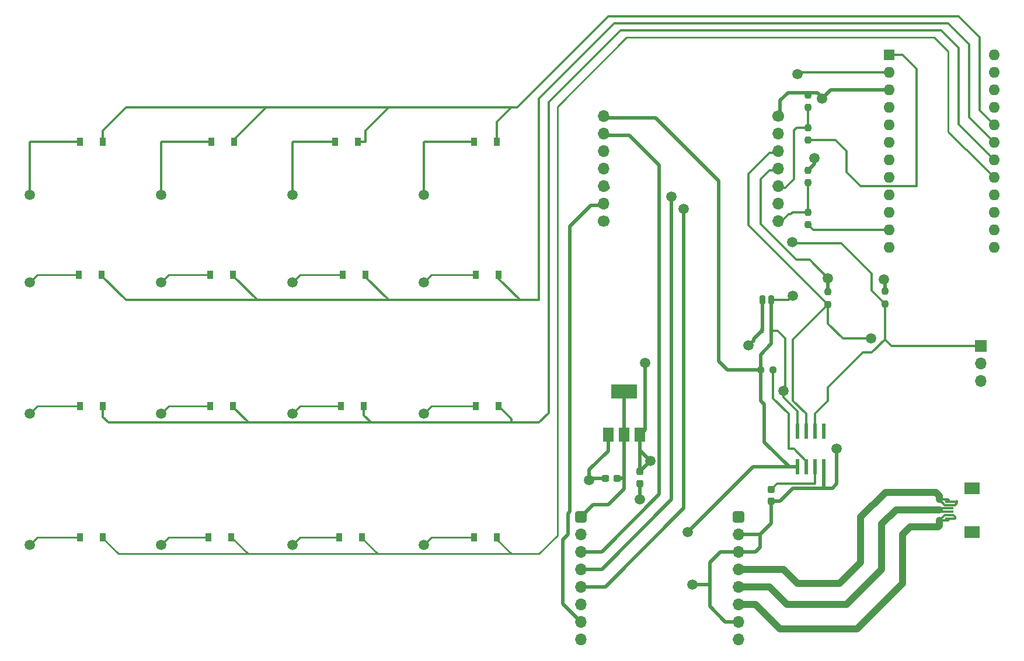
<source format=gbr>
%TF.GenerationSoftware,KiCad,Pcbnew,(6.0.1)*%
%TF.CreationDate,2022-12-10T14:50:15+08:00*%
%TF.ProjectId,Scroller1 two,5363726f-6c6c-4657-9231-2074776f2e6b,rev?*%
%TF.SameCoordinates,Original*%
%TF.FileFunction,Copper,L1,Top*%
%TF.FilePolarity,Positive*%
%FSLAX46Y46*%
G04 Gerber Fmt 4.6, Leading zero omitted, Abs format (unit mm)*
G04 Created by KiCad (PCBNEW (6.0.1)) date 2022-12-10 14:50:15*
%MOMM*%
%LPD*%
G01*
G04 APERTURE LIST*
G04 Aperture macros list*
%AMRoundRect*
0 Rectangle with rounded corners*
0 $1 Rounding radius*
0 $2 $3 $4 $5 $6 $7 $8 $9 X,Y pos of 4 corners*
0 Add a 4 corners polygon primitive as box body*
4,1,4,$2,$3,$4,$5,$6,$7,$8,$9,$2,$3,0*
0 Add four circle primitives for the rounded corners*
1,1,$1+$1,$2,$3*
1,1,$1+$1,$4,$5*
1,1,$1+$1,$6,$7*
1,1,$1+$1,$8,$9*
0 Add four rect primitives between the rounded corners*
20,1,$1+$1,$2,$3,$4,$5,0*
20,1,$1+$1,$4,$5,$6,$7,0*
20,1,$1+$1,$6,$7,$8,$9,0*
20,1,$1+$1,$8,$9,$2,$3,0*%
G04 Aperture macros list end*
%TA.AperFunction,SMDPad,CuDef*%
%ADD10R,0.900000X1.200000*%
%TD*%
%TA.AperFunction,SMDPad,CuDef*%
%ADD11RoundRect,0.237500X0.237500X-0.250000X0.237500X0.250000X-0.237500X0.250000X-0.237500X-0.250000X0*%
%TD*%
%TA.AperFunction,SMDPad,CuDef*%
%ADD12RoundRect,0.237500X0.237500X-0.300000X0.237500X0.300000X-0.237500X0.300000X-0.237500X-0.300000X0*%
%TD*%
%TA.AperFunction,SMDPad,CuDef*%
%ADD13RoundRect,0.237500X-0.237500X0.250000X-0.237500X-0.250000X0.237500X-0.250000X0.237500X0.250000X0*%
%TD*%
%TA.AperFunction,SMDPad,CuDef*%
%ADD14RoundRect,0.237500X-0.237500X0.300000X-0.237500X-0.300000X0.237500X-0.300000X0.237500X0.300000X0*%
%TD*%
%TA.AperFunction,SMDPad,CuDef*%
%ADD15RoundRect,0.208750X0.208750X0.431250X-0.208750X0.431250X-0.208750X-0.431250X0.208750X-0.431250X0*%
%TD*%
%TA.AperFunction,SMDPad,CuDef*%
%ADD16R,0.600000X2.200000*%
%TD*%
%TA.AperFunction,SMDPad,CuDef*%
%ADD17R,1.500000X2.000000*%
%TD*%
%TA.AperFunction,SMDPad,CuDef*%
%ADD18R,3.800000X2.000000*%
%TD*%
%TA.AperFunction,SMDPad,CuDef*%
%ADD19RoundRect,0.237500X0.300000X0.237500X-0.300000X0.237500X-0.300000X-0.237500X0.300000X-0.237500X0*%
%TD*%
%TA.AperFunction,SMDPad,CuDef*%
%ADD20R,0.600000X0.700000*%
%TD*%
%TA.AperFunction,ComponentPad*%
%ADD21RoundRect,0.399500X0.450500X0.450500X-0.450500X0.450500X-0.450500X-0.450500X0.450500X-0.450500X0*%
%TD*%
%TA.AperFunction,ComponentPad*%
%ADD22O,1.700000X1.700000*%
%TD*%
%TA.AperFunction,ComponentPad*%
%ADD23R,1.600000X1.600000*%
%TD*%
%TA.AperFunction,ComponentPad*%
%ADD24O,1.600000X1.600000*%
%TD*%
%TA.AperFunction,SMDPad,CuDef*%
%ADD25RoundRect,0.237500X-0.250000X-0.237500X0.250000X-0.237500X0.250000X0.237500X-0.250000X0.237500X0*%
%TD*%
%TA.AperFunction,SMDPad,CuDef*%
%ADD26R,1.300000X0.300000*%
%TD*%
%TA.AperFunction,SMDPad,CuDef*%
%ADD27R,2.200000X1.800000*%
%TD*%
%TA.AperFunction,ComponentPad*%
%ADD28R,1.700000X1.700000*%
%TD*%
%TA.AperFunction,ComponentPad*%
%ADD29C,1.700000*%
%TD*%
%TA.AperFunction,ViaPad*%
%ADD30C,1.500000*%
%TD*%
%TA.AperFunction,Conductor*%
%ADD31C,0.500000*%
%TD*%
%TA.AperFunction,Conductor*%
%ADD32C,0.300000*%
%TD*%
%TA.AperFunction,Conductor*%
%ADD33C,0.250000*%
%TD*%
%TA.AperFunction,Conductor*%
%ADD34C,1.000000*%
%TD*%
G04 APERTURE END LIST*
D10*
%TO.P,D1_1,1,K*%
%TO.N,/Row 2*%
X119194000Y-91821000D03*
%TO.P,D1_1,2,A*%
%TO.N,Net-(D1_1-Pad2)*%
X115894000Y-91821000D03*
%TD*%
D11*
%TO.P,RS_2,1*%
%TO.N,Net-(ESP32_A1-Pad12)*%
X183388000Y-67564000D03*
%TO.P,RS_2,2*%
%TO.N,GND*%
X183388000Y-65739000D03*
%TD*%
D12*
%TO.P,C1,1*%
%TO.N,GND*%
X178040000Y-124714000D03*
%TO.P,C1,2*%
%TO.N,Net-(C1-Pad2)*%
X178040000Y-122989000D03*
%TD*%
D10*
%TO.P,D2_0,1,K*%
%TO.N,/Row 3*%
X138496000Y-110871000D03*
%TO.P,D2_0,2,A*%
%TO.N,Net-(D2_0-Pad2)*%
X135196000Y-110871000D03*
%TD*%
D13*
%TO.P,RT_4,1*%
%TO.N,CSn*%
X194550000Y-94234000D03*
%TO.P,RT_4,2*%
%TO.N,SDA*%
X194550000Y-96059000D03*
%TD*%
D10*
%TO.P,D0_1,1,K*%
%TO.N,/Row 1*%
X118135400Y-72517000D03*
%TO.P,D0_1,2,A*%
%TO.N,Net-(D0_1-Pad2)*%
X114835400Y-72517000D03*
%TD*%
D14*
%TO.P,C3,1*%
%TO.N,+5V*%
X159004000Y-120396000D03*
%TO.P,C3,2*%
%TO.N,GND*%
X159004000Y-122121000D03*
%TD*%
D15*
%TO.P,C2,1*%
%TO.N,CSn*%
X178032500Y-95504000D03*
%TO.P,C2,2*%
%TO.N,GND*%
X176777500Y-95504000D03*
%TD*%
D10*
%TO.P,D1_0,1,K*%
%TO.N,/Row 2*%
X138498000Y-91821000D03*
%TO.P,D1_0,2,A*%
%TO.N,Net-(D1_0-Pad2)*%
X135198000Y-91821000D03*
%TD*%
D16*
%TO.P,UM1,1,VDD*%
%TO.N,CSn*%
X181850035Y-119692460D03*
%TO.P,UM1,2,MODE*%
%TO.N,Net-(RT_1-Pad2)*%
X183120035Y-119692460D03*
%TO.P,UM1,3,OUT*%
%TO.N,Net-(C1-Pad2)*%
X184390035Y-119692460D03*
%TO.P,UM1,4,GND*%
%TO.N,GND*%
X185660035Y-119692460D03*
%TO.P,UM1,5,PUSH*%
%TO.N,unconnected-(UM1-Pad5)*%
X185660035Y-114492460D03*
%TO.P,UM1,6,A/SDA*%
%TO.N,SDA*%
X184390035Y-114492460D03*
%TO.P,UM1,7,B/SCL*%
%TO.N,SCL*%
X183120035Y-114492460D03*
%TO.P,UM1,8,Z/CSn*%
%TO.N,CSn*%
X181850035Y-114492460D03*
%TD*%
D17*
%TO.P,AMS1,1,GND*%
%TO.N,GND*%
X154418000Y-115062000D03*
%TO.P,AMS1,2,VO*%
%TO.N,CSn*%
X156718000Y-115062000D03*
D18*
X156718000Y-108762000D03*
D17*
%TO.P,AMS1,3,VI*%
%TO.N,+5V*%
X159018000Y-115062000D03*
%TD*%
D19*
%TO.P,C4,1*%
%TO.N,CSn*%
X155702000Y-121412000D03*
%TO.P,C4,2*%
%TO.N,GND*%
X153977000Y-121412000D03*
%TD*%
D10*
%TO.P,D1_2,1,K*%
%TO.N,/Row 2*%
X100016000Y-91821000D03*
%TO.P,D1_2,2,A*%
%TO.N,Net-(D1_2-Pad2)*%
X96716000Y-91821000D03*
%TD*%
%TO.P,D2_3,1,K*%
%TO.N,/Row 3*%
X81092000Y-110871000D03*
%TO.P,D2_3,2,A*%
%TO.N,Net-(D2_3-Pad2)*%
X77792000Y-110871000D03*
%TD*%
D20*
%TO.P,D1,1,K*%
%TO.N,CSn*%
X178054000Y-99949000D03*
%TO.P,D1,2,A*%
%TO.N,GND*%
X176654000Y-99949000D03*
%TD*%
D21*
%TO.P,TMC1,1,+VCC_IO*%
%TO.N,CSn*%
X150472107Y-126961107D03*
D22*
%TO.P,TMC1,2,GND*%
%TO.N,GND*%
X150472107Y-129501107D03*
%TO.P,TMC1,3,UH_in*%
%TO.N,UH_in*%
X150472107Y-132041107D03*
%TO.P,TMC1,4,UL_in*%
%TO.N,UL_in*%
X150472107Y-134581107D03*
%TO.P,TMC1,5,VH_in*%
%TO.N,VH_in*%
X150472107Y-137121107D03*
%TO.P,TMC1,6,VL_in*%
%TO.N,VL_in*%
X150472107Y-139661107D03*
%TO.P,TMC1,7,WH_in*%
%TO.N,WH_in*%
X150472107Y-142201107D03*
%TO.P,TMC1,8,WL_in*%
%TO.N,WL_in*%
X150472107Y-144741107D03*
D21*
%TO.P,TMC1,9,+VBAT*%
%TO.N,+5V*%
X173272107Y-126961107D03*
D22*
%TO.P,TMC1,10,GND*%
%TO.N,GND*%
X173272107Y-129501107D03*
%TO.P,TMC1,11,GND*%
X173272107Y-132041107D03*
%TO.P,TMC1,12,W*%
%TO.N,/W_Out*%
X173272107Y-134581107D03*
%TO.P,TMC1,13,V*%
%TO.N,/V_Out*%
X173272107Y-137121107D03*
%TO.P,TMC1,14,W*%
%TO.N,/U_Out*%
X173272107Y-139661107D03*
%TO.P,TMC1,15,GND*%
%TO.N,GND*%
X173272107Y-142201107D03*
%TO.P,TMC1,16,DIAG*%
%TO.N,unconnected-(TMC1-Pad16)*%
X173272107Y-144741107D03*
%TD*%
D11*
%TO.P,RM_1,1*%
%TO.N,Net-(QMK1-Pad11)*%
X183388000Y-84582000D03*
%TO.P,RM_1,2*%
%TO.N,BTN_NXT*%
X183388000Y-82757000D03*
%TD*%
D13*
%TO.P,RT_3,1*%
%TO.N,CSn*%
X186295000Y-94314000D03*
%TO.P,RT_3,2*%
%TO.N,SCL*%
X186295000Y-96139000D03*
%TD*%
D23*
%TO.P,QMK1,1,D1/TX*%
%TO.N,Net-(QMK1-Pad1)*%
X195185000Y-59944000D03*
D24*
%TO.P,QMK1,2,D0/RX*%
%TO.N,SERIAL_TX*%
X195185000Y-62484000D03*
%TO.P,QMK1,3,GND*%
%TO.N,GND*%
X195185000Y-65024000D03*
%TO.P,QMK1,4,GND*%
X195185000Y-67564000D03*
%TO.P,QMK1,5,D2*%
%TO.N,unconnected-(QMK1-Pad5)*%
X195185000Y-70104000D03*
%TO.P,QMK1,6,~D3*%
%TO.N,unconnected-(QMK1-Pad6)*%
X195185000Y-72644000D03*
%TO.P,QMK1,7,D4/A6*%
%TO.N,unconnected-(QMK1-Pad7)*%
X195185000Y-75184000D03*
%TO.P,QMK1,8,~D5*%
%TO.N,unconnected-(QMK1-Pad8)*%
X195185000Y-77724000D03*
%TO.P,QMK1,9,~D6/A7*%
%TO.N,unconnected-(QMK1-Pad9)*%
X195185000Y-80264000D03*
%TO.P,QMK1,10,D7*%
%TO.N,unconnected-(QMK1-Pad10)*%
X195185000Y-82804000D03*
%TO.P,QMK1,11,D8/A8*%
%TO.N,Net-(QMK1-Pad11)*%
X195185000Y-85344000D03*
%TO.P,QMK1,12,~D9/A9*%
%TO.N,unconnected-(QMK1-Pad12)*%
X195185000Y-87884000D03*
%TO.P,QMK1,13,~D10/A10*%
%TO.N,/Col 4*%
X210425000Y-87884000D03*
%TO.P,QMK1,14,D16*%
%TO.N,/Col 3*%
X210425000Y-85344000D03*
%TO.P,QMK1,15,D14*%
%TO.N,/Col 2*%
X210425000Y-82804000D03*
%TO.P,QMK1,16,D15*%
%TO.N,/Col 1*%
X210425000Y-80264000D03*
%TO.P,QMK1,17,D18/A0*%
%TO.N,/Row 4*%
X210425000Y-77724000D03*
%TO.P,QMK1,18,D19/A1*%
%TO.N,/Row 3*%
X210425000Y-75184000D03*
%TO.P,QMK1,19,D20/A2*%
%TO.N,/Row 2*%
X210425000Y-72644000D03*
%TO.P,QMK1,20,D21/A3*%
%TO.N,/Row 1*%
X210425000Y-70104000D03*
%TO.P,QMK1,21,VCC*%
%TO.N,+5V*%
X210425000Y-67564000D03*
%TO.P,QMK1,22,RST*%
%TO.N,unconnected-(QMK1-Pad22)*%
X210425000Y-65024000D03*
%TO.P,QMK1,23,GND*%
%TO.N,GND*%
X210425000Y-62484000D03*
%TO.P,QMK1,24,RAW*%
%TO.N,unconnected-(QMK1-Pad24)*%
X210425000Y-59944000D03*
%TD*%
D25*
%TO.P,RT_1,1*%
%TO.N,CSn*%
X176492500Y-105664000D03*
%TO.P,RT_1,2*%
%TO.N,Net-(RT_1-Pad2)*%
X178317500Y-105664000D03*
%TD*%
D10*
%TO.P,D0_3,1,K*%
%TO.N,/Row 1*%
X81092000Y-72517000D03*
%TO.P,D0_3,2,A*%
%TO.N,Net-(D0_3-Pad2)*%
X77792000Y-72517000D03*
%TD*%
D11*
%TO.P,RS_1,1*%
%TO.N,Net-(QMK1-Pad1)*%
X183388000Y-72286500D03*
%TO.P,RS_1,2*%
%TO.N,Net-(ESP32_A1-Pad12)*%
X183388000Y-70461500D03*
%TD*%
D10*
%TO.P,D3_1,1,K*%
%TO.N,/Row 4*%
X118684000Y-129921000D03*
%TO.P,D3_1,2,A*%
%TO.N,Net-(D3_1-Pad2)*%
X115384000Y-129921000D03*
%TD*%
%TO.P,D2_1,1,K*%
%TO.N,/Row 3*%
X118938000Y-110871000D03*
%TO.P,D2_1,2,A*%
%TO.N,Net-(D2_1-Pad2)*%
X115638000Y-110871000D03*
%TD*%
D26*
%TO.P,UVW1,1,Pin_1*%
%TO.N,/U_Out*%
X203890000Y-127234000D03*
%TO.P,UVW1,2,Pin_2*%
X203890000Y-126734000D03*
%TO.P,UVW1,3,Pin_3*%
%TO.N,/V_Out*%
X203890000Y-126234000D03*
%TO.P,UVW1,4,Pin_4*%
X203890000Y-125734000D03*
%TO.P,UVW1,5,Pin_5*%
%TO.N,/W_Out*%
X203890000Y-125234000D03*
%TO.P,UVW1,6,Pin_6*%
X203890000Y-124734000D03*
D27*
%TO.P,UVW1,MP*%
%TO.N,N/C*%
X207140000Y-129134000D03*
X207140000Y-122834000D03*
%TD*%
D10*
%TO.P,D2_2,1,K*%
%TO.N,/Row 3*%
X100014000Y-110871000D03*
%TO.P,D2_2,2,A*%
%TO.N,Net-(D2_2-Pad2)*%
X96714000Y-110871000D03*
%TD*%
D28*
%TO.P,J1,1,Pin_1*%
%TO.N,SDA*%
X208477000Y-102123000D03*
D22*
%TO.P,J1,2,Pin_2*%
%TO.N,SCL*%
X208477000Y-104663000D03*
%TO.P,J1,3,Pin_3*%
%TO.N,CSn*%
X208477000Y-107203000D03*
%TD*%
D10*
%TO.P,D3_3,1,K*%
%TO.N,/Row 4*%
X81092000Y-129921000D03*
%TO.P,D3_3,2,A*%
%TO.N,Net-(D3_3-Pad2)*%
X77792000Y-129921000D03*
%TD*%
%TO.P,D3_0,1,K*%
%TO.N,/Row 4*%
X138242000Y-129921000D03*
%TO.P,D3_0,2,A*%
%TO.N,Net-(D3_0-Pad2)*%
X134942000Y-129921000D03*
%TD*%
%TO.P,D0_2,1,K*%
%TO.N,/Row 1*%
X100142000Y-72517000D03*
%TO.P,D0_2,2,A*%
%TO.N,Net-(D0_2-Pad2)*%
X96842000Y-72517000D03*
%TD*%
%TO.P,D1_3,1,K*%
%TO.N,/Row 2*%
X80966000Y-91821000D03*
%TO.P,D1_3,2,A*%
%TO.N,Net-(D1_3-Pad2)*%
X77666000Y-91821000D03*
%TD*%
D11*
%TO.P,RM_2,1*%
%TO.N,BTN_NXT*%
X183388000Y-78486000D03*
%TO.P,RM_2,2*%
%TO.N,GND*%
X183388000Y-76661000D03*
%TD*%
D10*
%TO.P,D3_2,1,K*%
%TO.N,/Row 4*%
X99760000Y-129921000D03*
%TO.P,D3_2,2,A*%
%TO.N,Net-(D3_2-Pad2)*%
X96460000Y-129921000D03*
%TD*%
%TO.P,D0_0,1,K*%
%TO.N,/Row 1*%
X138242000Y-72517000D03*
%TO.P,D0_0,2,A*%
%TO.N,Net-(D0_0-Pad2)*%
X134942000Y-72517000D03*
%TD*%
D22*
%TO.P,ESP32_A1,1,3V3*%
%TO.N,CSn*%
X153750500Y-68814000D03*
%TO.P,ESP32_A1,2,UH*%
%TO.N,UH_in*%
X153750500Y-71354000D03*
%TO.P,ESP32_A1,3,UL*%
%TO.N,UL_in*%
X153750500Y-73894000D03*
%TO.P,ESP32_A1,4,VH*%
%TO.N,VH_in*%
X153750500Y-76434000D03*
%TO.P,ESP32_A1,5,VL*%
%TO.N,VL_in*%
X153750500Y-78974000D03*
%TO.P,ESP32_A1,6,WH*%
%TO.N,WH_in*%
X153750500Y-81514000D03*
D29*
%TO.P,ESP32_A1,7,WL*%
%TO.N,WL_in*%
X153750500Y-84054000D03*
%TO.P,ESP32_A1,8*%
%TO.N,N/C*%
X179070000Y-68834000D03*
D22*
%TO.P,ESP32_A1,9*%
X179070000Y-71374000D03*
%TO.P,ESP32_A1,10*%
X179070000Y-73914000D03*
%TO.P,ESP32_A1,11*%
X179070000Y-76454000D03*
%TO.P,ESP32_A1,12*%
X179070000Y-78994000D03*
%TO.P,ESP32_A1,13*%
X179070000Y-81534000D03*
%TO.P,ESP32_A1,14*%
X179070000Y-84074000D03*
%TD*%
D30*
%TO.N,GND*%
X174752000Y-102108000D03*
X166610000Y-136779000D03*
X184340500Y-74866500D03*
X159004000Y-124460000D03*
X151638000Y-121666000D03*
X187565000Y-117094000D03*
X185420000Y-66294000D03*
%TO.N,Net-(D0_0-Pad2)*%
X127642000Y-80264000D03*
%TO.N,Net-(D0_1-Pad2)*%
X108592000Y-80264000D03*
%TO.N,Net-(D0_2-Pad2)*%
X89542000Y-80264000D03*
%TO.N,Net-(D0_3-Pad2)*%
X70492000Y-80264000D03*
%TO.N,Net-(D1_0-Pad2)*%
X127642000Y-92964000D03*
%TO.N,Net-(D1_1-Pad2)*%
X108592000Y-92964000D03*
%TO.N,Net-(D1_2-Pad2)*%
X89542000Y-92964000D03*
%TO.N,Net-(D1_3-Pad2)*%
X70492000Y-92964000D03*
%TO.N,Net-(D2_0-Pad2)*%
X127642000Y-112014000D03*
%TO.N,Net-(D2_1-Pad2)*%
X108592000Y-112014000D03*
%TO.N,Net-(D2_2-Pad2)*%
X89542000Y-112014000D03*
%TO.N,Net-(D2_3-Pad2)*%
X70492000Y-112014000D03*
%TO.N,Net-(D3_0-Pad2)*%
X127642000Y-131064000D03*
%TO.N,Net-(D3_1-Pad2)*%
X108592000Y-131064000D03*
%TO.N,Net-(D3_2-Pad2)*%
X89542000Y-131064000D03*
%TO.N,Net-(D3_3-Pad2)*%
X70492000Y-131064000D03*
%TO.N,SDA*%
X181102000Y-87122000D03*
%TO.N,+5V*%
X159766000Y-104648000D03*
X160528000Y-118872000D03*
%TO.N,CSn*%
X179832000Y-108712000D03*
X194407536Y-92471464D03*
X165975000Y-129159000D03*
X186295000Y-92329000D03*
X181215000Y-94869000D03*
%TO.N,SCL*%
X192532000Y-101092000D03*
%TO.N,UL_in*%
X163576000Y-80518000D03*
%TO.N,VH_in*%
X165354000Y-82296000D03*
%TO.N,SERIAL_TX*%
X181864000Y-62738000D03*
%TD*%
D31*
%TO.N,GND*%
X184761500Y-65381500D02*
X183388000Y-65381500D01*
X178040000Y-124714000D02*
X179310000Y-124714000D01*
X185660035Y-122808965D02*
X185660035Y-119692460D01*
X169150000Y-139954000D02*
X171397107Y-142201107D01*
X169150000Y-136779000D02*
X166610000Y-136779000D01*
X170712893Y-132041107D02*
X169150000Y-133604000D01*
X151638000Y-120142000D02*
X154418000Y-117362000D01*
X186930000Y-122809000D02*
X185660000Y-122809000D01*
X187565000Y-117094000D02*
X187565000Y-122174000D01*
X159004000Y-122121000D02*
X159004000Y-124460000D01*
X175792893Y-132041107D02*
X173272107Y-132041107D01*
X151892000Y-121412000D02*
X151638000Y-121666000D01*
X180490500Y-65381500D02*
X179324000Y-66548000D01*
X183388000Y-65381500D02*
X180490500Y-65381500D01*
X151638000Y-121666000D02*
X151638000Y-120142000D01*
X174752000Y-102108000D02*
X175500000Y-101360000D01*
X169150000Y-133604000D02*
X169150000Y-136779000D01*
X181215000Y-122809000D02*
X185660000Y-122809000D01*
X179310000Y-124714000D02*
X181215000Y-122809000D01*
X173272107Y-132041107D02*
X170712893Y-132041107D01*
X169150000Y-136779000D02*
X169150000Y-139954000D01*
X178040000Y-127889000D02*
X176427893Y-129501107D01*
X176427893Y-129501107D02*
X173272107Y-129501107D01*
X171397107Y-142201107D02*
X173272107Y-142201107D01*
X184340500Y-75708500D02*
X183388000Y-76661000D01*
X178040000Y-124714000D02*
X178040000Y-127889000D01*
X176777500Y-95504000D02*
X176777500Y-99825500D01*
X153977000Y-121412000D02*
X151892000Y-121412000D01*
X175500000Y-101360000D02*
X175500000Y-101103000D01*
X185660000Y-122809000D02*
X185660035Y-122808965D01*
X175500000Y-101103000D02*
X176654000Y-99949000D01*
X154418000Y-117362000D02*
X154418000Y-115062000D01*
X186690000Y-65024000D02*
X185420000Y-66294000D01*
X187565000Y-122174000D02*
X186930000Y-122809000D01*
X179324000Y-66548000D02*
X179324000Y-69088000D01*
X176427893Y-131406107D02*
X175792893Y-132041107D01*
X185420000Y-66294000D02*
X185420000Y-66040000D01*
X176427893Y-129501107D02*
X176427893Y-131406107D01*
X185420000Y-66040000D02*
X184761500Y-65381500D01*
X176777500Y-99825500D02*
X176654000Y-99949000D01*
X184340500Y-74866500D02*
X184340500Y-75708500D01*
X195185000Y-65024000D02*
X186690000Y-65024000D01*
D32*
%TO.N,Net-(C1-Pad2)*%
X184390000Y-122174000D02*
X184390035Y-122173965D01*
X178855000Y-122174000D02*
X184390000Y-122174000D01*
X184390035Y-122173965D02*
X184390035Y-119692460D01*
X178040000Y-122989000D02*
X178855000Y-122174000D01*
%TO.N,Net-(ESP32_A1-Pad12)*%
X181356000Y-70866000D02*
X181356000Y-77978000D01*
X181356000Y-77978000D02*
X180086000Y-79248000D01*
X180086000Y-79248000D02*
X179324000Y-79248000D01*
X183388000Y-70461500D02*
X181760500Y-70461500D01*
X181760500Y-70461500D02*
X181356000Y-70866000D01*
X183388000Y-70461500D02*
X183388000Y-67564000D01*
%TO.N,/Row 1*%
X208280000Y-67959000D02*
X210425000Y-70104000D01*
X81092000Y-72517000D02*
X81092000Y-70934000D01*
X141210000Y-67564000D02*
X154418000Y-54356000D01*
X205232000Y-54356000D02*
X208280000Y-57404000D01*
X122562000Y-67564000D02*
X140342000Y-67564000D01*
X119192000Y-72517000D02*
X119192000Y-70934000D01*
X119192000Y-70934000D02*
X122562000Y-67564000D01*
X208280000Y-57404000D02*
X208280000Y-67959000D01*
X154418000Y-54356000D02*
X205232000Y-54356000D01*
X100142000Y-72204000D02*
X104782000Y-67564000D01*
X84462000Y-67564000D02*
X104782000Y-67564000D01*
X104782000Y-67564000D02*
X122562000Y-67564000D01*
X138242000Y-72517000D02*
X138242000Y-69664000D01*
X139305000Y-67564000D02*
X141210000Y-67564000D01*
X81092000Y-70934000D02*
X84462000Y-67564000D01*
X138242000Y-69664000D02*
X140342000Y-67564000D01*
X100142000Y-72517000D02*
X100142000Y-72204000D01*
X119192000Y-72517000D02*
X118135400Y-72517000D01*
%TO.N,Net-(D0_0-Pad2)*%
X127642000Y-72644000D02*
X127642000Y-80264000D01*
X134942000Y-72517000D02*
X127769000Y-72517000D01*
X127769000Y-72517000D02*
X127642000Y-72644000D01*
%TO.N,Net-(D0_1-Pad2)*%
X108719000Y-72517000D02*
X114835400Y-72517000D01*
X108592000Y-72644000D02*
X108592000Y-80264000D01*
X108719000Y-72517000D02*
X108592000Y-72644000D01*
%TO.N,Net-(D0_2-Pad2)*%
X89669000Y-72517000D02*
X89542000Y-72644000D01*
X89542000Y-72644000D02*
X89542000Y-80264000D01*
X96842000Y-72517000D02*
X89669000Y-72517000D01*
%TO.N,Net-(D0_3-Pad2)*%
X70492000Y-72644000D02*
X70492000Y-80264000D01*
X70619000Y-72517000D02*
X70492000Y-72644000D01*
X77792000Y-72517000D02*
X70619000Y-72517000D01*
%TO.N,/Row 2*%
X203708000Y-55372000D02*
X206756000Y-58420000D01*
X84462000Y-95504000D02*
X102242000Y-95504000D01*
X138498000Y-91821000D02*
X138498000Y-92390000D01*
X155307000Y-55372000D02*
X203708000Y-55372000D01*
X102242000Y-95504000D02*
X103512000Y-95504000D01*
X100016000Y-92008000D02*
X103512000Y-95504000D01*
X138498000Y-92390000D02*
X141612000Y-95504000D01*
X144385000Y-66294000D02*
X155307000Y-55372000D01*
X103512000Y-95504000D02*
X122562000Y-95504000D01*
X119194000Y-92136000D02*
X122562000Y-95504000D01*
X206756000Y-68975000D02*
X210425000Y-72644000D01*
X100016000Y-91821000D02*
X100016000Y-92008000D01*
X80966000Y-91821000D02*
X80966000Y-92008000D01*
X80966000Y-92008000D02*
X84462000Y-95504000D01*
X140575000Y-95504000D02*
X144385000Y-95504000D01*
X206756000Y-58420000D02*
X206756000Y-68975000D01*
X122562000Y-95504000D02*
X140342000Y-95504000D01*
X140342000Y-95504000D02*
X141612000Y-95504000D01*
X119194000Y-91821000D02*
X119194000Y-92136000D01*
X144385000Y-95504000D02*
X144385000Y-66294000D01*
D33*
%TO.N,Net-(D1_0-Pad2)*%
X135198000Y-91821000D02*
X128785000Y-91821000D01*
X128785000Y-91821000D02*
X127642000Y-92964000D01*
%TO.N,Net-(D1_1-Pad2)*%
X109735000Y-91821000D02*
X108592000Y-92964000D01*
X115894000Y-91821000D02*
X109735000Y-91821000D01*
%TO.N,Net-(D1_2-Pad2)*%
X96716000Y-91821000D02*
X90685000Y-91821000D01*
X90685000Y-91821000D02*
X89542000Y-92964000D01*
%TO.N,Net-(D1_3-Pad2)*%
X77666000Y-91821000D02*
X71635000Y-91821000D01*
X71635000Y-91821000D02*
X70492000Y-92964000D01*
D32*
%TO.N,/Row 3*%
X205232000Y-58928000D02*
X205232000Y-69991000D01*
X81922000Y-113284000D02*
X102242000Y-113284000D01*
X81092000Y-112454000D02*
X81922000Y-113284000D01*
X145796000Y-111873000D02*
X145796000Y-66788000D01*
X118938000Y-110871000D02*
X118938000Y-112200000D01*
X202692000Y-56388000D02*
X205232000Y-58928000D01*
X118938000Y-112200000D02*
X120022000Y-113284000D01*
X140342000Y-112717000D02*
X140342000Y-113284000D01*
X100014000Y-111056000D02*
X102242000Y-113284000D01*
X205232000Y-69991000D02*
X210425000Y-75184000D01*
X102242000Y-113284000D02*
X120022000Y-113284000D01*
X139305000Y-113284000D02*
X144385000Y-113284000D01*
X145796000Y-66788000D02*
X156196000Y-56388000D01*
X100014000Y-110871000D02*
X100014000Y-111056000D01*
X156196000Y-56388000D02*
X202692000Y-56388000D01*
X120022000Y-113284000D02*
X140342000Y-113284000D01*
X138496000Y-110871000D02*
X140342000Y-112717000D01*
X144385000Y-113284000D02*
X145796000Y-111873000D01*
X81092000Y-110871000D02*
X81092000Y-112454000D01*
D33*
%TO.N,Net-(D2_0-Pad2)*%
X128785000Y-110871000D02*
X127642000Y-112014000D01*
X135196000Y-110871000D02*
X128785000Y-110871000D01*
%TO.N,Net-(D2_1-Pad2)*%
X109735000Y-110871000D02*
X108592000Y-112014000D01*
X115638000Y-110871000D02*
X109735000Y-110871000D01*
%TO.N,Net-(D2_2-Pad2)*%
X90685000Y-110871000D02*
X89542000Y-112014000D01*
X96714000Y-110871000D02*
X90685000Y-110871000D01*
%TO.N,Net-(D2_3-Pad2)*%
X71635000Y-110871000D02*
X70492000Y-112014000D01*
X77792000Y-110871000D02*
X71635000Y-110871000D01*
%TO.N,/Row 4*%
X118684000Y-130071000D02*
X120947000Y-132334000D01*
X118684000Y-129921000D02*
X118684000Y-130071000D01*
X203708000Y-59436000D02*
X203708000Y-71120000D01*
X144385000Y-132334000D02*
X147066000Y-129653000D01*
X102173000Y-132334000D02*
X121292000Y-132334000D01*
X147066000Y-129653000D02*
X147066000Y-67423000D01*
X139305000Y-132334000D02*
X144385000Y-132334000D01*
X203708000Y-71120000D02*
X206248000Y-73660000D01*
X206361000Y-73660000D02*
X210425000Y-77724000D01*
X138242000Y-130234000D02*
X140342000Y-132334000D01*
X138242000Y-129921000D02*
X138242000Y-130234000D01*
X147066000Y-67423000D02*
X157085000Y-57404000D01*
X201676000Y-57404000D02*
X203708000Y-59436000D01*
X206248000Y-73660000D02*
X206361000Y-73660000D01*
X120947000Y-132334000D02*
X140342000Y-132334000D01*
X157085000Y-57404000D02*
X201676000Y-57404000D01*
X83355000Y-132334000D02*
X102173000Y-132334000D01*
X81092000Y-130071000D02*
X83355000Y-132334000D01*
X81092000Y-129921000D02*
X81092000Y-130071000D01*
X99760000Y-129921000D02*
X102173000Y-132334000D01*
%TO.N,Net-(D3_0-Pad2)*%
X134942000Y-129921000D02*
X128785000Y-129921000D01*
X128785000Y-129921000D02*
X127642000Y-131064000D01*
%TO.N,Net-(D3_1-Pad2)*%
X109735000Y-129921000D02*
X108592000Y-131064000D01*
X115384000Y-129921000D02*
X109735000Y-129921000D01*
%TO.N,Net-(D3_2-Pad2)*%
X90685000Y-129921000D02*
X89542000Y-131064000D01*
X96460000Y-129921000D02*
X90685000Y-129921000D01*
%TO.N,Net-(D3_3-Pad2)*%
X77792000Y-129921000D02*
X71635000Y-129921000D01*
X71635000Y-129921000D02*
X70492000Y-131064000D01*
D32*
%TO.N,SDA*%
X195454000Y-102123000D02*
X208477000Y-102123000D01*
X192645000Y-103124000D02*
X194550000Y-101219000D01*
X188200000Y-87249000D02*
X181215000Y-87249000D01*
X192645000Y-94154000D02*
X192645000Y-91694000D01*
X181215000Y-87249000D02*
X181215000Y-87235000D01*
X192645000Y-91694000D02*
X188200000Y-87249000D01*
X194550000Y-96059000D02*
X192645000Y-94154000D01*
X194550000Y-101219000D02*
X194550000Y-96059000D01*
X184390035Y-112013965D02*
X186295000Y-110109000D01*
X186295000Y-108204000D02*
X191375000Y-103124000D01*
X184390035Y-114492460D02*
X184390035Y-112013965D01*
X186295000Y-110109000D02*
X186295000Y-108204000D01*
X191375000Y-103124000D02*
X192645000Y-103124000D01*
X194550000Y-101219000D02*
X195454000Y-102123000D01*
X181215000Y-87235000D02*
X181102000Y-87122000D01*
D31*
%TO.N,+5V*%
X159766000Y-104648000D02*
X159766000Y-114314000D01*
X159004000Y-117348000D02*
X159004000Y-115076000D01*
X159004000Y-120396000D02*
X160528000Y-118872000D01*
X159004000Y-120396000D02*
X159004000Y-117348000D01*
X159766000Y-114314000D02*
X159018000Y-115062000D01*
X160528000Y-118872000D02*
X159004000Y-117348000D01*
X159004000Y-115076000D02*
X159018000Y-115062000D01*
%TO.N,CSn*%
X177038000Y-116092000D02*
X177038000Y-110589850D01*
X176530000Y-105701500D02*
X176492500Y-105664000D01*
D32*
X179832000Y-108712000D02*
X180086000Y-108458000D01*
D31*
X156718000Y-115062000D02*
X156718000Y-121158000D01*
D32*
X176530000Y-84469000D02*
X176530000Y-77978000D01*
X178943000Y-99949000D02*
X178054000Y-99949000D01*
D31*
X186295000Y-94314000D02*
X186295000Y-92329000D01*
X194550000Y-94234000D02*
X194550000Y-92613928D01*
D32*
X186295000Y-92329000D02*
X183628000Y-89662000D01*
X181723000Y-89662000D02*
X176530000Y-84469000D01*
X183628000Y-89662000D02*
X181723000Y-89662000D01*
X180580000Y-95504000D02*
X181215000Y-94869000D01*
X179832000Y-108712000D02*
X179832000Y-109615000D01*
D31*
X178054000Y-95525500D02*
X178032500Y-95504000D01*
D32*
X180086000Y-101092000D02*
X178943000Y-99949000D01*
D31*
X178054000Y-101840000D02*
X176492500Y-103401500D01*
X175441540Y-119692460D02*
X180638460Y-119692460D01*
X170434000Y-104394000D02*
X171704000Y-105664000D01*
X176492500Y-105664000D02*
X176492500Y-103401500D01*
X176530000Y-110081850D02*
X176530000Y-105701500D01*
X178054000Y-99949000D02*
X178054000Y-95525500D01*
D32*
X181850035Y-111633035D02*
X181850035Y-114492460D01*
X178032500Y-95504000D02*
X180580000Y-95504000D01*
D31*
X194550000Y-92613928D02*
X194407536Y-92471464D01*
X152211214Y-125222000D02*
X150472107Y-126961107D01*
X156464000Y-121412000D02*
X156718000Y-121158000D01*
X161290000Y-69088000D02*
X170434000Y-78232000D01*
X170434000Y-93472000D02*
X170434000Y-104394000D01*
X156718000Y-122936000D02*
X154432000Y-125222000D01*
D32*
X177800000Y-76708000D02*
X179324000Y-76708000D01*
D31*
X154432000Y-125222000D02*
X152211214Y-125222000D01*
X171704000Y-105664000D02*
X176492500Y-105664000D01*
X165975000Y-129159000D02*
X175441540Y-119692460D01*
D32*
X176530000Y-77978000D02*
X177800000Y-76708000D01*
X180086000Y-108458000D02*
X180086000Y-101092000D01*
D31*
X180638460Y-119692460D02*
X177038000Y-116092000D01*
X181850035Y-119692460D02*
X180638460Y-119692460D01*
X155702000Y-121412000D02*
X156464000Y-121412000D01*
X156718000Y-121158000D02*
X156718000Y-122936000D01*
X153416000Y-69088000D02*
X161290000Y-69088000D01*
X177038000Y-110589850D02*
X176530000Y-110081850D01*
X170434000Y-78232000D02*
X170434000Y-93472000D01*
D32*
X179832000Y-109615000D02*
X181850035Y-111633035D01*
D31*
X178054000Y-99949000D02*
X178054000Y-101840000D01*
X156718000Y-108762000D02*
X156718000Y-115062000D01*
D32*
%TO.N,SCL*%
X186295000Y-96139000D02*
X181215000Y-101219000D01*
X181215000Y-110109000D02*
X183120035Y-112014035D01*
X177800000Y-74168000D02*
X179324000Y-74168000D01*
X188468000Y-101092000D02*
X192532000Y-101092000D01*
X186295000Y-96139000D02*
X174752000Y-84596000D01*
X186295000Y-96139000D02*
X186295000Y-98919000D01*
X186295000Y-98919000D02*
X188468000Y-101092000D01*
X174752000Y-84596000D02*
X174752000Y-77216000D01*
X183120035Y-112014035D02*
X183120035Y-114492460D01*
X181215000Y-101219000D02*
X181215000Y-110109000D01*
X174752000Y-77216000D02*
X177800000Y-74168000D01*
%TO.N,Net-(QMK1-Pad1)*%
X197104000Y-59944000D02*
X195185000Y-59944000D01*
X183388000Y-72286500D02*
X187348500Y-72286500D01*
X191008000Y-78994000D02*
X199136000Y-78994000D01*
X188976000Y-73914000D02*
X188976000Y-76962000D01*
X188976000Y-76962000D02*
X191008000Y-78994000D01*
X187348500Y-72286500D02*
X188976000Y-73914000D01*
X199136000Y-78994000D02*
X199136000Y-61976000D01*
X199136000Y-61976000D02*
X197104000Y-59944000D01*
%TO.N,Net-(QMK1-Pad11)*%
X184150000Y-85344000D02*
X183388000Y-84582000D01*
X195185000Y-85344000D02*
X184150000Y-85344000D01*
%TO.N,Net-(RT_1-Pad2)*%
X183120035Y-118892460D02*
X181321575Y-117094000D01*
X178317500Y-109751500D02*
X178317500Y-105664000D01*
X180580000Y-117094000D02*
X180580000Y-112014000D01*
X183120035Y-119692460D02*
X183120035Y-118892460D01*
X181321575Y-117094000D02*
X180580000Y-117094000D01*
X180580000Y-112014000D02*
X178317500Y-109751500D01*
%TO.N,/W_Out*%
X203890000Y-124642000D02*
X203708000Y-124460000D01*
D34*
X201890000Y-123404000D02*
X202438000Y-123952000D01*
D32*
X203708000Y-124460000D02*
X202438000Y-124460000D01*
X204958000Y-124734000D02*
X203890000Y-124734000D01*
X204712000Y-125234000D02*
X204978000Y-124968000D01*
X203212000Y-125234000D02*
X202438000Y-124460000D01*
D34*
X191008000Y-133604000D02*
X191008000Y-127000000D01*
D32*
X203890000Y-124734000D02*
X203890000Y-124642000D01*
D34*
X191008000Y-127000000D02*
X194604000Y-123404000D01*
D32*
X204978000Y-124968000D02*
X204978000Y-124714000D01*
D34*
X194604000Y-123404000D02*
X201890000Y-123404000D01*
X173272107Y-134581107D02*
X179793107Y-134581107D01*
D32*
X203890000Y-125234000D02*
X203212000Y-125234000D01*
X203890000Y-125234000D02*
X204712000Y-125234000D01*
X204978000Y-124714000D02*
X204958000Y-124734000D01*
D34*
X202438000Y-123952000D02*
X202438000Y-124460000D01*
X187960000Y-136652000D02*
X191008000Y-133604000D01*
X181864000Y-136652000D02*
X187960000Y-136652000D01*
X179793107Y-134581107D02*
X181864000Y-136652000D01*
%TO.N,/V_Out*%
X200591893Y-125944000D02*
X202398000Y-125944000D01*
X180340000Y-139700000D02*
X188976000Y-139700000D01*
X194056000Y-128016000D02*
X196128000Y-125944000D01*
D32*
X203890000Y-126234000D02*
X202688000Y-126234000D01*
X203890000Y-125734000D02*
X202608000Y-125734000D01*
D34*
X188976000Y-139700000D02*
X194056000Y-134620000D01*
X194056000Y-134620000D02*
X194056000Y-128016000D01*
X173272107Y-137121107D02*
X177761107Y-137121107D01*
X196128000Y-125944000D02*
X200591893Y-125944000D01*
D32*
X202608000Y-125734000D02*
X202398000Y-125944000D01*
X202688000Y-126234000D02*
X202398000Y-125944000D01*
D34*
X177761107Y-137121107D02*
X180340000Y-139700000D01*
D32*
%TO.N,/U_Out*%
X203890000Y-127234000D02*
X203890000Y-127326000D01*
D34*
X197104000Y-136652000D02*
X197104000Y-129540000D01*
X197104000Y-129540000D02*
X198198893Y-128445107D01*
X179324000Y-143256000D02*
X190500000Y-143256000D01*
D32*
X203890000Y-127326000D02*
X203708000Y-127508000D01*
X203910000Y-127254000D02*
X203890000Y-127234000D01*
D34*
X173272107Y-139661107D02*
X175729107Y-139661107D01*
X198198893Y-128445107D02*
X202262893Y-128445107D01*
X202262893Y-128445107D02*
X202438000Y-128270000D01*
X190500000Y-143256000D02*
X197104000Y-136652000D01*
X202438000Y-128270000D02*
X202438000Y-127508000D01*
D32*
X204724000Y-127000000D02*
X204724000Y-127254000D01*
X203708000Y-127508000D02*
X202438000Y-127508000D01*
X203212000Y-126734000D02*
X202438000Y-127508000D01*
X204458000Y-126734000D02*
X204724000Y-127000000D01*
X203890000Y-126734000D02*
X203212000Y-126734000D01*
D34*
X175729107Y-139661107D02*
X179324000Y-143256000D01*
D32*
X203890000Y-126734000D02*
X204458000Y-126734000D01*
X204724000Y-127254000D02*
X203910000Y-127254000D01*
D31*
%TO.N,UH_in*%
X157480000Y-71628000D02*
X153416000Y-71628000D01*
X161798000Y-123698000D02*
X161798000Y-75946000D01*
X161798000Y-75946000D02*
X157480000Y-71628000D01*
X150472107Y-132041107D02*
X153454893Y-132041107D01*
X153454893Y-132041107D02*
X161798000Y-123698000D01*
%TO.N,UL_in*%
X150472107Y-134581107D02*
X153454893Y-134581107D01*
X153454893Y-134581107D02*
X163576000Y-124460000D01*
X163576000Y-124460000D02*
X163576000Y-80518000D01*
%TO.N,VH_in*%
X150472107Y-137121107D02*
X153962893Y-137121107D01*
X165354000Y-125730000D02*
X165354000Y-82296000D01*
X153962893Y-137121107D02*
X165354000Y-125730000D01*
%TO.N,VL_in*%
X154432000Y-79248000D02*
X153416000Y-79248000D01*
%TO.N,WH_in*%
X153416000Y-81788000D02*
X151892000Y-81788000D01*
X147828000Y-130302000D02*
X147828000Y-139557000D01*
X147828000Y-139557000D02*
X150472107Y-142201107D01*
X148590000Y-126492000D02*
X148590000Y-129540000D01*
X148590000Y-129540000D02*
X147828000Y-130302000D01*
X148844000Y-84836000D02*
X148844000Y-126238000D01*
X151892000Y-81788000D02*
X148844000Y-84836000D01*
X148844000Y-126238000D02*
X148590000Y-126492000D01*
D32*
%TO.N,SERIAL_TX*%
X182118000Y-62484000D02*
X181864000Y-62738000D01*
X195185000Y-62484000D02*
X182118000Y-62484000D01*
%TO.N,BTN_NXT*%
X183388000Y-82757000D02*
X183388000Y-78486000D01*
X183388000Y-82757000D02*
X181149000Y-82757000D01*
X180848000Y-83058000D02*
X180594000Y-83058000D01*
X181149000Y-82757000D02*
X180848000Y-83058000D01*
X180594000Y-83058000D02*
X179324000Y-84328000D01*
%TD*%
M02*

</source>
